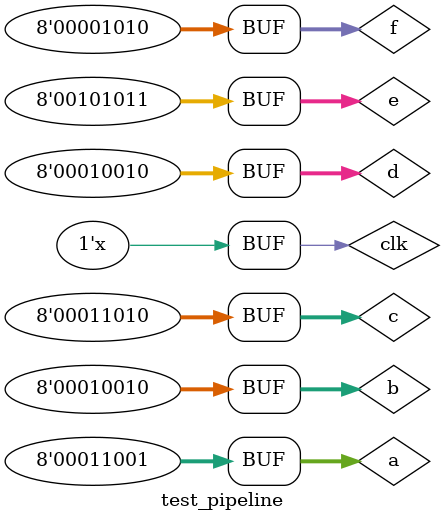
<source format=v>
`timescale 1ns / 1ps


module test_pipeline();
    reg clk;
    reg[7:0] a, b, c, d, e, f;
    wire[7:0] out;
    
    pipeline uut(clk, a, b, c, d, e, f, out);
    
    always #20 clk = ~clk;
    
    initial
    begin
        clk = 0;
        // 9/3 * 12/3 - 25/5 = 12 - 5 = 7
        a = 9;
        b = 3;
        c = 12;
        d = 3;
        e = 25;
        f = 5;
        # 40
        //  2 * 2 - 3 = 1
        a = 9 + 2;
        b = 3 + 2;
        c = 12 + 2;
        d = 3 + 2;
        e = 25 + 2;
        f = 5 + 2;
        #40
        // 1 * 1 - 2 = -1
        a = 9 + 15;
        b = 3 + 15;
        c = 12 + 15;
        d = 3 + 15;
        e = 25 + 15;
        f = 5 + 15;
        #40
        // 3 * 3 - 5 = 4
        a = 10;
        b = 3;
        c = 11;
        d = 3;
        e = 28;
        f = 5;
        #40
        // 1 * 1 - 4 = -3
        a = 25;
        b = 18;
        c = 26;
        d = 18;
        e = 43;
        f = 10;
    end
                
endmodule

</source>
